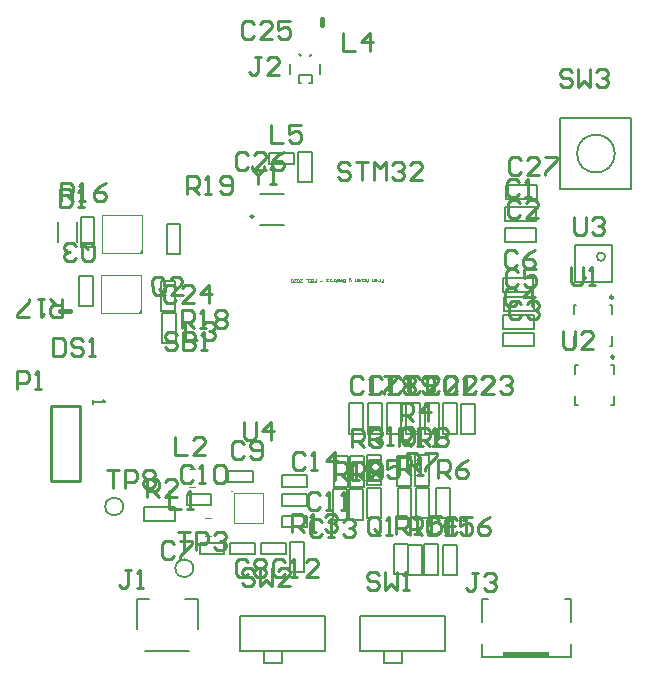
<source format=gto>
G04*
G04 #@! TF.GenerationSoftware,Altium Limited,Altium Designer,20.2.4 (192)*
G04*
G04 Layer_Color=65535*
%FSLAX25Y25*%
%MOIN*%
G70*
G04*
G04 #@! TF.SameCoordinates,C82156A4-65EB-44BA-A6C3-424022D268A2*
G04*
G04*
G04 #@! TF.FilePolarity,Positive*
G04*
G01*
G75*
%ADD10C,0.00984*%
%ADD11C,0.00787*%
%ADD12C,0.00600*%
%ADD13C,0.00591*%
%ADD14C,0.00394*%
%ADD15C,0.00500*%
%ADD16C,0.00400*%
%ADD17C,0.01575*%
%ADD18C,0.00492*%
%ADD19C,0.00598*%
%ADD20C,0.01000*%
%ADD21C,0.00197*%
%ADD22R,0.15748X0.01968*%
D10*
X188394Y98450D02*
G03*
X188394Y98450I-492J0D01*
G01*
X187995Y118350D02*
G03*
X187995Y118350I-492J0D01*
G01*
X6791Y133366D02*
G03*
X6791Y133366I-492J0D01*
G01*
X68099Y145335D02*
G03*
X68099Y145335I-492J0D01*
G01*
X174809Y122512D02*
G03*
X174809Y122512I-197J0D01*
G01*
D11*
X61047Y53685D02*
G03*
X61047Y53685I-197J0D01*
G01*
X3150Y136811D02*
Y143504D01*
X9449Y136811D02*
Y143504D01*
X70166Y152618D02*
X78434D01*
X70166Y142382D02*
X78434D01*
D12*
X188586Y166240D02*
G03*
X188586Y166240I-6302J0D01*
G01*
X144361Y17916D02*
X146231D01*
X172018D02*
X173888D01*
X144361Y-1474D02*
X173888D01*
X170472Y154429D02*
Y178051D01*
X194095D01*
Y154429D02*
Y178051D01*
X170472Y154429D02*
X194095D01*
X14803Y84193D02*
Y82860D01*
Y83526D01*
X18802D01*
X18135Y84193D01*
D13*
X185340Y131862D02*
G03*
X185340Y131862I-1378J0D01*
G01*
X179139Y124776D02*
G03*
X179139Y124776I-295J0D01*
G01*
X48100Y28000D02*
G03*
X48100Y28000I-3000J0D01*
G01*
X24700Y48600D02*
G03*
X24700Y48600I-3000J0D01*
G01*
X175402Y92742D02*
Y95891D01*
X176190D01*
X175402Y82309D02*
Y85458D01*
Y82309D02*
X176190D01*
X187410D02*
X188198D01*
Y85458D01*
Y92742D02*
Y95891D01*
X187410D02*
X188198D01*
X175002Y112642D02*
Y115791D01*
X175790D01*
X175002Y102209D02*
Y105358D01*
Y102209D02*
X175790D01*
X187010D02*
X187798D01*
Y105358D01*
Y112642D02*
Y115791D01*
X187010D02*
X187798D01*
X117717Y-3543D02*
Y394D01*
X111811Y-3543D02*
X117717D01*
X111811D02*
Y394D01*
X103543Y12205D02*
X131890Y12205D01*
Y394D02*
Y12205D01*
X103543Y394D02*
X131890Y394D01*
X103543Y394D02*
Y12205D01*
X49508Y7874D02*
Y17717D01*
X32087Y468D02*
X46654D01*
X29233Y7874D02*
Y17717D01*
X45276D02*
X49508D01*
X29233D02*
X33465D01*
X86876Y198799D02*
X87565Y199488D01*
X83235D02*
X83924Y198799D01*
X80479Y192874D02*
Y196260D01*
X86817Y189646D02*
X87565D01*
X83235D02*
X83983D01*
X90321Y192874D02*
Y196260D01*
X87565Y192323D02*
X87565Y189646D01*
X83235D02*
X83235Y192323D01*
X87565D01*
X175399Y123299D02*
X187801D01*
X175399D02*
Y135701D01*
X187801D01*
Y123299D02*
Y135701D01*
X63521Y395D02*
Y12206D01*
Y395D02*
X91868Y395D01*
Y12206D01*
X63521Y12206D02*
X91868Y12206D01*
X71789Y-3542D02*
Y395D01*
Y-3542D02*
X77694D01*
Y395D01*
D14*
X106036Y31433D02*
G03*
X106036Y31433I-197J0D01*
G01*
D15*
X116200Y44500D02*
X120800D01*
X116200Y54600D02*
X120800D01*
Y44500D02*
Y54600D01*
X116200Y44500D02*
Y54600D01*
X67900Y56700D02*
Y60500D01*
X59700Y56700D02*
X67900D01*
X59700D02*
Y60500D01*
X67900D01*
X81600Y162600D02*
Y166400D01*
X73400Y162600D02*
X81600D01*
X73400D02*
Y166400D01*
X81600D01*
X129100Y44700D02*
Y54800D01*
X133700Y44700D02*
Y54800D01*
X129100D02*
X133700D01*
X129100Y44700D02*
X133700D01*
X151451Y101963D02*
X161551D01*
X151451Y106563D02*
X161551D01*
X151451Y101963D02*
Y106563D01*
X161551Y101963D02*
Y106563D01*
X119600Y26000D02*
Y36100D01*
X115000Y26000D02*
Y36100D01*
Y26000D02*
X119600D01*
X115000Y36100D02*
X119600D01*
X122100Y55500D02*
Y65600D01*
X126700Y55500D02*
Y65600D01*
X122100D02*
X126700D01*
X122100Y55500D02*
X126700D01*
X115900Y65500D02*
X120500D01*
X115900Y55400D02*
X120500D01*
X115900D02*
Y65500D01*
X120500Y55400D02*
Y65500D01*
X122200Y44600D02*
X126800D01*
X122200Y54700D02*
X126800D01*
Y44600D02*
Y54700D01*
X122200Y44600D02*
Y54700D01*
X94900Y55201D02*
X99500D01*
X94900Y65301D02*
X99500D01*
Y55201D02*
Y65301D01*
X94900Y55201D02*
Y65301D01*
X31800Y43800D02*
X41900D01*
X31800Y48400D02*
X41900D01*
X31800Y43800D02*
Y48400D01*
X41900Y43800D02*
Y48400D01*
X10100Y125400D02*
X14700D01*
X10100Y115300D02*
X14700D01*
X10100D02*
Y125400D01*
X14700Y115300D02*
Y125400D01*
X39200Y132700D02*
X43800D01*
X39200Y142800D02*
X43800D01*
Y132700D02*
Y142800D01*
X39200Y132700D02*
Y142800D01*
X37400Y113700D02*
X42000D01*
X37400Y123800D02*
X42000D01*
Y113700D02*
Y123800D01*
X37400Y113700D02*
Y123800D01*
X10500Y135000D02*
X15100D01*
X10500Y145100D02*
X15100D01*
Y135000D02*
Y145100D01*
X10500Y135000D02*
Y145100D01*
X45900Y52800D02*
X54100D01*
X45900Y49000D02*
Y52800D01*
Y49000D02*
X54100D01*
Y52800D01*
X77821Y55187D02*
X86021D01*
Y58987D01*
X77821D02*
X86021D01*
X77821Y55187D02*
Y58987D01*
X77758Y48887D02*
X85958D01*
Y52687D01*
X77758D02*
X85958D01*
X77758Y48887D02*
Y52687D01*
X77658Y41700D02*
X85857D01*
Y45500D01*
X77658D02*
X85857D01*
X77658Y41700D02*
Y45500D01*
X50199Y32746D02*
X58399D01*
Y36546D01*
X50199D02*
X58399D01*
X50199Y32746D02*
Y36546D01*
X60435D02*
X68635D01*
X60435Y32746D02*
Y36546D01*
Y32746D02*
X68635D01*
Y36546D01*
X70735D02*
X78935D01*
X70735Y32746D02*
Y36546D01*
Y32746D02*
X78935D01*
Y36546D01*
X83000Y156800D02*
X87600D01*
X83000Y166900D02*
X87600D01*
Y156800D02*
Y166900D01*
X83000Y156800D02*
Y166900D01*
X162169Y143837D02*
Y148437D01*
X152069Y143837D02*
Y148437D01*
X162169D01*
X152069Y143837D02*
X162169D01*
X162200Y136800D02*
Y141400D01*
X152100Y136800D02*
Y141400D01*
X162200D01*
X152100Y136800D02*
X162200D01*
X119700Y25800D02*
X124300D01*
X119700Y35900D02*
X124300D01*
Y25800D02*
Y35900D01*
X119700Y25800D02*
Y35900D01*
X151637Y113842D02*
Y118442D01*
X161737Y113842D02*
Y118442D01*
X151637Y113842D02*
X161737D01*
X151637Y118442D02*
X161737D01*
X37700Y103100D02*
Y113200D01*
X42300Y103100D02*
Y113200D01*
X37700D02*
X42300D01*
X37700Y103100D02*
X42300D01*
X137400Y72800D02*
Y82900D01*
X142000Y72800D02*
Y82900D01*
X137400D02*
X142000D01*
X137400Y72800D02*
X142000D01*
X131400Y72900D02*
Y83000D01*
X136000Y72900D02*
Y83000D01*
X131400D02*
X136000D01*
X131400Y72900D02*
X136000D01*
X125259Y72909D02*
Y83009D01*
X129859Y72909D02*
Y83009D01*
X125259D02*
X129859D01*
X125259Y72909D02*
X129859D01*
X118960D02*
Y83009D01*
X123560Y72909D02*
Y83009D01*
X118960D02*
X123560D01*
X118960Y72909D02*
X123560D01*
X112661D02*
Y83009D01*
X117261Y72909D02*
Y83009D01*
X112661D02*
X117261D01*
X112661Y72909D02*
X117261D01*
X106361D02*
Y83009D01*
X110961Y72909D02*
Y83009D01*
X106361D02*
X110961D01*
X106361Y72909D02*
X110961D01*
X100062D02*
Y83009D01*
X104662Y72909D02*
Y83009D01*
X100062D02*
X104662D01*
X100062Y72909D02*
X104662D01*
X151243Y124741D02*
X161343D01*
X151243Y120141D02*
X161343D01*
Y124741D01*
X151243Y120141D02*
Y124741D01*
X151400Y107700D02*
X161500D01*
X151400Y112300D02*
X161500D01*
X151400Y107700D02*
Y112300D01*
X161500Y107700D02*
Y112300D01*
X152424Y151243D02*
X162524D01*
X152424Y155843D02*
X162524D01*
X152424Y151243D02*
Y155843D01*
X162524Y151243D02*
Y155843D01*
X100401Y55201D02*
Y65301D01*
X105001Y55201D02*
Y65301D01*
X100401D02*
X105001D01*
X100401Y55201D02*
X105001D01*
X105968Y44600D02*
Y54700D01*
X110568Y44600D02*
Y54700D01*
X105968D02*
X110568D01*
X105968Y44600D02*
X110568D01*
X105902Y55601D02*
Y65701D01*
X110502Y55601D02*
Y65701D01*
X105902D02*
X110502D01*
X105902Y55601D02*
X110502D01*
X100100Y44200D02*
Y54300D01*
X104700Y44200D02*
Y54300D01*
X100100D02*
X104700D01*
X100100Y44200D02*
X104700D01*
X85000Y26800D02*
Y36900D01*
X80400Y26800D02*
Y36900D01*
Y26800D02*
X85000D01*
X80400Y36900D02*
X85000D01*
X99199Y44200D02*
Y54300D01*
X94599Y44200D02*
Y54300D01*
Y44200D02*
X99199D01*
X94599Y54300D02*
X99199D01*
X131300Y25800D02*
Y35900D01*
X135900Y25800D02*
Y35900D01*
X131300D02*
X135900D01*
X131300Y25800D02*
X135900D01*
X125100Y25900D02*
Y36000D01*
X129700Y25900D02*
Y36000D01*
X125100D02*
X129700D01*
X125100Y25900D02*
X129700D01*
D16*
X30688Y134098D02*
X31088Y134498D01*
Y134598D01*
X30488Y133198D02*
X31088Y133798D01*
X29588Y133198D02*
X31088D01*
Y134198D01*
X30088Y133198D02*
X31088Y134198D01*
X17588Y133198D02*
Y145698D01*
Y133198D02*
X31088D01*
Y145698D01*
X17588D02*
X31088D01*
X17288Y125698D02*
X30788D01*
Y113198D02*
Y125698D01*
X17288Y113198D02*
X30788D01*
X17288D02*
Y125698D01*
X29788Y113198D02*
X30788Y114198D01*
Y113198D02*
Y114198D01*
X29288Y113198D02*
X30788D01*
X30188D02*
X30788Y113798D01*
Y114498D02*
Y114598D01*
X30388Y114098D02*
X30788Y114498D01*
D17*
X90872Y209017D02*
Y211183D01*
X3825Y113704D02*
X6975D01*
D18*
X51972Y44854D02*
X53941D01*
X51972Y38791D02*
X53941D01*
X61598Y43095D02*
X71441D01*
Y52937D01*
X61598Y43095D02*
Y52937D01*
X71441D01*
X46722Y61132D02*
X48691D01*
X46722Y55068D02*
X48691D01*
D19*
X173888Y9943D02*
Y17916D01*
X144361Y9943D02*
Y17916D01*
Y-1474D02*
Y2758D01*
X173888Y-1474D02*
Y2758D01*
D20*
X591Y57224D02*
Y82185D01*
X10433D01*
Y57224D02*
Y82185D01*
X591Y57224D02*
X10433D01*
X171302Y107099D02*
Y102101D01*
X172301Y101101D01*
X174301D01*
X175300Y102101D01*
Y107099D01*
X181298Y101101D02*
X177300D01*
X181298Y105100D01*
Y106099D01*
X180299Y107099D01*
X178299D01*
X177300Y106099D01*
X174000Y128298D02*
Y123300D01*
X175000Y122300D01*
X176999D01*
X177999Y123300D01*
Y128298D01*
X179998Y122300D02*
X181997D01*
X180998D01*
Y128298D01*
X179998Y127298D01*
X100203Y162399D02*
X99204Y163399D01*
X97204D01*
X96205Y162399D01*
Y161400D01*
X97204Y160400D01*
X99204D01*
X100203Y159400D01*
Y158401D01*
X99204Y157401D01*
X97204D01*
X96205Y158401D01*
X102203Y163399D02*
X106201D01*
X104202D01*
Y157401D01*
X108201D02*
Y163399D01*
X110200Y161400D01*
X112199Y163399D01*
Y157401D01*
X114199Y162399D02*
X115198Y163399D01*
X117198D01*
X118197Y162399D01*
Y161400D01*
X117198Y160400D01*
X116198D01*
X117198D01*
X118197Y159400D01*
Y158401D01*
X117198Y157401D01*
X115198D01*
X114199Y158401D01*
X124196Y157401D02*
X120197D01*
X124196Y161400D01*
Y162399D01*
X123196Y163399D01*
X121196D01*
X120197Y162399D01*
X116601Y59001D02*
Y64999D01*
X119600D01*
X120600Y63999D01*
Y62000D01*
X119600Y61000D01*
X116601D01*
X118601D02*
X120600Y59001D01*
X122599D02*
X124599D01*
X123599D01*
Y64999D01*
X122599Y63999D01*
X64900Y69299D02*
X63901Y70299D01*
X61901D01*
X60902Y69299D01*
Y65301D01*
X61901Y64301D01*
X63901D01*
X64900Y65301D01*
X66900D02*
X67899Y64301D01*
X69899D01*
X70898Y65301D01*
Y69299D01*
X69899Y70299D01*
X67899D01*
X66900Y69299D01*
Y68300D01*
X67899Y67300D01*
X70898D01*
X129800Y58000D02*
Y63998D01*
X132799D01*
X133799Y62998D01*
Y60999D01*
X132799Y59999D01*
X129800D01*
X131799D02*
X133799Y58000D01*
X139797Y63998D02*
X137797Y62998D01*
X135798Y60999D01*
Y59000D01*
X136798Y58000D01*
X138797D01*
X139797Y59000D01*
Y59999D01*
X138797Y60999D01*
X135798D01*
X74100Y175698D02*
Y169700D01*
X78099D01*
X84097Y175698D02*
X80098D01*
Y172699D01*
X82097Y173699D01*
X83097D01*
X84097Y172699D01*
Y170700D01*
X83097Y169700D01*
X81098D01*
X80098Y170700D01*
X117302Y77002D02*
Y83000D01*
X120301D01*
X121300Y82000D01*
Y80001D01*
X120301Y79001D01*
X117302D01*
X119301D02*
X121300Y77002D01*
X126299D02*
Y83000D01*
X123300Y80001D01*
X127298D01*
X32500Y51600D02*
Y57598D01*
X35499D01*
X36499Y56598D01*
Y54599D01*
X35499Y53599D01*
X32500D01*
X34499D02*
X36499Y51600D01*
X42497D02*
X38498D01*
X42497Y55599D01*
Y56598D01*
X41497Y57598D01*
X39498D01*
X38498Y56598D01*
X64986Y76883D02*
Y71885D01*
X65986Y70885D01*
X67985D01*
X68985Y71885D01*
Y76883D01*
X73983Y70885D02*
Y76883D01*
X70984Y73884D01*
X74983D01*
X41913Y71719D02*
Y65720D01*
X45911D01*
X51909D02*
X47911D01*
X51909Y69719D01*
Y70719D01*
X50910Y71719D01*
X48910D01*
X47911Y70719D01*
X39926Y53721D02*
Y47723D01*
X43925D01*
X45924D02*
X47924D01*
X46924D01*
Y53721D01*
X45924Y52721D01*
X85201Y65599D02*
X84202Y66599D01*
X82202D01*
X81202Y65599D01*
Y61601D01*
X82202Y60601D01*
X84202D01*
X85201Y61601D01*
X87200Y60601D02*
X89200D01*
X88200D01*
Y66599D01*
X87200Y65599D01*
X95198Y60601D02*
Y66599D01*
X92199Y63600D01*
X96198D01*
X90900Y43499D02*
X89901Y44498D01*
X87901D01*
X86902Y43499D01*
Y39500D01*
X87901Y38500D01*
X89901D01*
X90900Y39500D01*
X92900Y38500D02*
X94899D01*
X93899D01*
Y44498D01*
X92900Y43499D01*
X97898D02*
X98898Y44498D01*
X100897D01*
X101897Y43499D01*
Y42499D01*
X100897Y41499D01*
X99897D01*
X100897D01*
X101897Y40499D01*
Y39500D01*
X100897Y38500D01*
X98898D01*
X97898Y39500D01*
X78701Y29999D02*
X77701Y30999D01*
X75702D01*
X74702Y29999D01*
Y26001D01*
X75702Y25001D01*
X77701D01*
X78701Y26001D01*
X80700Y25001D02*
X82700D01*
X81700D01*
Y30999D01*
X80700Y29999D01*
X89698Y25001D02*
X85699D01*
X89698Y29000D01*
Y29999D01*
X88698Y30999D01*
X86699D01*
X85699Y29999D01*
X90401Y52299D02*
X89401Y53299D01*
X87402D01*
X86402Y52299D01*
Y48301D01*
X87402Y47301D01*
X89401D01*
X90401Y48301D01*
X92400Y47301D02*
X94399D01*
X93400D01*
Y53299D01*
X92400Y52299D01*
X97399Y47301D02*
X99398D01*
X98398D01*
Y53299D01*
X97399Y52299D01*
X48101Y61299D02*
X47102Y62299D01*
X45102D01*
X44102Y61299D01*
Y57301D01*
X45102Y56301D01*
X47102D01*
X48101Y57301D01*
X50100Y56301D02*
X52100D01*
X51100D01*
Y62299D01*
X50100Y61299D01*
X55099D02*
X56099Y62299D01*
X58098D01*
X59098Y61299D01*
Y57301D01*
X58098Y56301D01*
X56099D01*
X55099Y57301D01*
Y61299D01*
X66300Y29999D02*
X65301Y30999D01*
X63301D01*
X62302Y29999D01*
Y26001D01*
X63301Y25001D01*
X65301D01*
X66300Y26001D01*
X68300Y29999D02*
X69299Y30999D01*
X71299D01*
X72298Y29999D01*
Y29000D01*
X71299Y28000D01*
X72298Y27000D01*
Y26001D01*
X71299Y25001D01*
X69299D01*
X68300Y26001D01*
Y27000D01*
X69299Y28000D01*
X68300Y29000D01*
Y29999D01*
X69299Y28000D02*
X71299D01*
X41800Y36099D02*
X40801Y37099D01*
X38801D01*
X37802Y36099D01*
Y32101D01*
X38801Y31101D01*
X40801D01*
X41800Y32101D01*
X43800Y37099D02*
X47798D01*
Y36099D01*
X43800Y32101D01*
Y31101D01*
X67650Y162048D02*
Y161048D01*
X69649Y159049D01*
X71649Y161048D01*
Y162048D01*
X69649Y159049D02*
Y156050D01*
X73648D02*
X75647D01*
X74648D01*
Y162048D01*
X73648Y161048D01*
X174900Y144998D02*
Y140000D01*
X175900Y139000D01*
X177899D01*
X178899Y140000D01*
Y144998D01*
X180898Y143998D02*
X181898Y144998D01*
X183897D01*
X184897Y143998D01*
Y142999D01*
X183897Y141999D01*
X182897D01*
X183897D01*
X184897Y140999D01*
Y140000D01*
X183897Y139000D01*
X181898D01*
X180898Y140000D01*
X19450Y60848D02*
X23449D01*
X21449D01*
Y54850D01*
X25448D02*
Y60848D01*
X28447D01*
X29447Y59848D01*
Y57849D01*
X28447Y56849D01*
X25448D01*
X31446Y59848D02*
X32446Y60848D01*
X34445D01*
X35445Y59848D01*
Y58849D01*
X34445Y57849D01*
X35445Y56849D01*
Y55850D01*
X34445Y54850D01*
X32446D01*
X31446Y55850D01*
Y56849D01*
X32446Y57849D01*
X31446Y58849D01*
Y59848D01*
X32446Y57849D02*
X34445D01*
X42850Y40248D02*
X46849D01*
X44849D01*
Y34250D01*
X48848D02*
Y40248D01*
X51847D01*
X52847Y39248D01*
Y37249D01*
X51847Y36249D01*
X48848D01*
X54846Y39248D02*
X55846Y40248D01*
X57845D01*
X58845Y39248D01*
Y38249D01*
X57845Y37249D01*
X56845D01*
X57845D01*
X58845Y36249D01*
Y35250D01*
X57845Y34250D01*
X55846D01*
X54846Y35250D01*
X174332Y193388D02*
X173333Y194388D01*
X171333D01*
X170334Y193388D01*
Y192389D01*
X171333Y191389D01*
X173333D01*
X174332Y190390D01*
Y189390D01*
X173333Y188390D01*
X171333D01*
X170334Y189390D01*
X176331Y194388D02*
Y188390D01*
X178331Y190390D01*
X180330Y188390D01*
Y194388D01*
X182330Y193388D02*
X183329Y194388D01*
X185329D01*
X186328Y193388D01*
Y192389D01*
X185329Y191389D01*
X184329D01*
X185329D01*
X186328Y190390D01*
Y189390D01*
X185329Y188390D01*
X183329D01*
X182330Y189390D01*
X68243Y27248D02*
X67243Y28248D01*
X65244D01*
X64245Y27248D01*
Y26249D01*
X65244Y25249D01*
X67243D01*
X68243Y24249D01*
Y23250D01*
X67243Y22250D01*
X65244D01*
X64245Y23250D01*
X70243Y28248D02*
Y22250D01*
X72242Y24249D01*
X74241Y22250D01*
Y28248D01*
X80239Y22250D02*
X76241D01*
X80239Y26249D01*
Y27248D01*
X79240Y28248D01*
X77240D01*
X76241Y27248D01*
X109901Y25799D02*
X108901Y26799D01*
X106902D01*
X105902Y25799D01*
Y24800D01*
X106902Y23800D01*
X108901D01*
X109901Y22800D01*
Y21801D01*
X108901Y20801D01*
X106902D01*
X105902Y21801D01*
X111900Y26799D02*
Y20801D01*
X113900Y22800D01*
X115899Y20801D01*
Y26799D01*
X117898Y20801D02*
X119898D01*
X118898D01*
Y26799D01*
X117898Y25799D01*
X42599Y105738D02*
X41599Y106738D01*
X39600D01*
X38600Y105738D01*
Y104739D01*
X39600Y103739D01*
X41599D01*
X42599Y102739D01*
Y101740D01*
X41599Y100740D01*
X39600D01*
X38600Y101740D01*
X44598Y106738D02*
Y100740D01*
X47597D01*
X48597Y101740D01*
Y102739D01*
X47597Y103739D01*
X44598D01*
X47597D01*
X48597Y104739D01*
Y105738D01*
X47597Y106738D01*
X44598D01*
X50596Y100740D02*
X52596D01*
X51596D01*
Y106738D01*
X50596Y105738D01*
X46002Y152701D02*
Y158699D01*
X49002D01*
X50001Y157699D01*
Y155700D01*
X49002Y154700D01*
X46002D01*
X48002D02*
X50001Y152701D01*
X52000D02*
X54000D01*
X53000D01*
Y158699D01*
X52000Y157699D01*
X56999Y153701D02*
X57999Y152701D01*
X59998D01*
X60998Y153701D01*
Y157699D01*
X59998Y158699D01*
X57999D01*
X56999Y157699D01*
Y156700D01*
X57999Y155700D01*
X60998D01*
X44402Y108101D02*
Y114099D01*
X47401D01*
X48401Y113099D01*
Y111100D01*
X47401Y110100D01*
X44402D01*
X46402D02*
X48401Y108101D01*
X50401D02*
X52400D01*
X51400D01*
Y114099D01*
X50401Y113099D01*
X55399D02*
X56399Y114099D01*
X58398D01*
X59398Y113099D01*
Y112100D01*
X58398Y111100D01*
X59398Y110100D01*
Y109101D01*
X58398Y108101D01*
X56399D01*
X55399Y109101D01*
Y110100D01*
X56399Y111100D01*
X55399Y112100D01*
Y113099D01*
X56399Y111100D02*
X58398D01*
X4298Y117799D02*
Y111801D01*
X1299D01*
X299Y112801D01*
Y114800D01*
X1299Y115800D01*
X4298D01*
X2298D02*
X299Y117799D01*
X-1701D02*
X-3700D01*
X-2700D01*
Y111801D01*
X-1701Y112801D01*
X-6699Y111801D02*
X-10698D01*
Y112801D01*
X-6699Y116799D01*
Y117799D01*
X4102Y150301D02*
Y156299D01*
X7102D01*
X8101Y155299D01*
Y153300D01*
X7102Y152300D01*
X4102D01*
X6102D02*
X8101Y150301D01*
X10101D02*
X12100D01*
X11100D01*
Y156299D01*
X10101Y155299D01*
X19098Y156299D02*
X17098Y155299D01*
X15099Y153300D01*
Y151301D01*
X16099Y150301D01*
X18098D01*
X19098Y151301D01*
Y152300D01*
X18098Y153300D01*
X15099D01*
X115762Y39355D02*
Y45353D01*
X118761D01*
X119761Y44354D01*
Y42354D01*
X118761Y41355D01*
X115762D01*
X117762D02*
X119761Y39355D01*
X121760D02*
X123760D01*
X122760D01*
Y45353D01*
X121760Y44354D01*
X130757Y45353D02*
X126759D01*
Y42354D01*
X128758Y43354D01*
X129758D01*
X130757Y42354D01*
Y40355D01*
X129758Y39355D01*
X127758D01*
X126759Y40355D01*
X120450Y39150D02*
Y45148D01*
X123449D01*
X124449Y44148D01*
Y42149D01*
X123449Y41149D01*
X120450D01*
X122449D02*
X124449Y39150D01*
X126448D02*
X128447D01*
X127448D01*
Y45148D01*
X126448Y44148D01*
X134446Y39150D02*
Y45148D01*
X131446Y42149D01*
X135445D01*
X81100Y40200D02*
Y46198D01*
X84099D01*
X85099Y45198D01*
Y43199D01*
X84099Y42199D01*
X81100D01*
X83099D02*
X85099Y40200D01*
X87098D02*
X89097D01*
X88098D01*
Y46198D01*
X87098Y45198D01*
X92096D02*
X93096Y46198D01*
X95095D01*
X96095Y45198D01*
Y44199D01*
X95095Y43199D01*
X94096D01*
X95095D01*
X96095Y42199D01*
Y41200D01*
X95095Y40200D01*
X93096D01*
X92096Y41200D01*
X95360Y57555D02*
Y63553D01*
X98360D01*
X99359Y62554D01*
Y60554D01*
X98360Y59554D01*
X95360D01*
X97360D02*
X99359Y57555D01*
X101358D02*
X103358D01*
X102358D01*
Y63553D01*
X101358Y62554D01*
X110356Y57555D02*
X106357D01*
X110356Y61554D01*
Y62554D01*
X109356Y63553D01*
X107357D01*
X106357Y62554D01*
X116602Y68700D02*
Y74698D01*
X119601D01*
X120601Y73698D01*
Y71699D01*
X119601Y70699D01*
X116602D01*
X118601D02*
X120601Y68700D01*
X122600D02*
X124599D01*
X123600D01*
Y74698D01*
X122600Y73698D01*
X127598Y68700D02*
X129598D01*
X128598D01*
Y74698D01*
X127598Y73698D01*
X106602Y69001D02*
Y74999D01*
X109601D01*
X110601Y73999D01*
Y72000D01*
X109601Y71000D01*
X106602D01*
X108601D02*
X110601Y69001D01*
X112600D02*
X114599D01*
X113600D01*
Y74999D01*
X112600Y73999D01*
X117598D02*
X118598Y74999D01*
X120598D01*
X121597Y73999D01*
Y70001D01*
X120598Y69001D01*
X118598D01*
X117598Y70001D01*
Y73999D01*
X100893Y57595D02*
Y63593D01*
X103892D01*
X104892Y62594D01*
Y60594D01*
X103892Y59595D01*
X100893D01*
X102892D02*
X104892Y57595D01*
X106891Y58595D02*
X107891Y57595D01*
X109890D01*
X110890Y58595D01*
Y62594D01*
X109890Y63593D01*
X107891D01*
X106891Y62594D01*
Y61594D01*
X107891Y60594D01*
X110890D01*
X122849Y68832D02*
Y74830D01*
X125848D01*
X126848Y73831D01*
Y71831D01*
X125848Y70832D01*
X122849D01*
X124848D02*
X126848Y68832D01*
X128847Y73831D02*
X129847Y74830D01*
X131846D01*
X132846Y73831D01*
Y72831D01*
X131846Y71831D01*
X132846Y70832D01*
Y69832D01*
X131846Y68832D01*
X129847D01*
X128847Y69832D01*
Y70832D01*
X129847Y71831D01*
X128847Y72831D01*
Y73831D01*
X129847Y71831D02*
X131846D01*
X119402Y60301D02*
Y66299D01*
X122401D01*
X123400Y65299D01*
Y63300D01*
X122401Y62300D01*
X119402D01*
X121401D02*
X123400Y60301D01*
X125400Y66299D02*
X129398D01*
Y65299D01*
X125400Y61301D01*
Y60301D01*
X106733Y57976D02*
Y63974D01*
X109732D01*
X110732Y62975D01*
Y60975D01*
X109732Y59976D01*
X106733D01*
X108732D02*
X110732Y57976D01*
X116730Y63974D02*
X112731D01*
Y60975D01*
X114731Y61975D01*
X115730D01*
X116730Y60975D01*
Y58976D01*
X115730Y57976D01*
X113731D01*
X112731Y58976D01*
X101136Y68501D02*
Y74499D01*
X104136D01*
X105135Y73499D01*
Y71500D01*
X104136Y70500D01*
X101136D01*
X103136D02*
X105135Y68501D01*
X107134Y73499D02*
X108134Y74499D01*
X110134D01*
X111133Y73499D01*
Y72500D01*
X110134Y71500D01*
X109134D01*
X110134D01*
X111133Y70500D01*
Y69501D01*
X110134Y68501D01*
X108134D01*
X107134Y69501D01*
X11000Y135299D02*
Y131301D01*
X11999Y130301D01*
X13999D01*
X14998Y131301D01*
Y135299D01*
X13999Y136299D01*
X11999D01*
X12999Y134300D02*
X11000Y136299D01*
X11999D02*
X11000Y135299D01*
X9000Y131301D02*
X8001Y130301D01*
X6001D01*
X5002Y131301D01*
Y132300D01*
X6001Y133300D01*
X7001D01*
X6001D01*
X5002Y134300D01*
Y135299D01*
X6001Y136299D01*
X8001D01*
X9000Y135299D01*
X38512Y119995D02*
X38489Y123994D01*
X37483Y124987D01*
X35484Y124976D01*
X34490Y123970D01*
X34513Y119972D01*
X35519Y118978D01*
X37518Y118989D01*
X36507Y120983D02*
X38518Y118995D01*
X37518Y118989D02*
X38512Y119995D01*
X44516Y119030D02*
X40517Y119007D01*
X44493Y123029D01*
X44487Y124028D01*
X43481Y125022D01*
X41482Y125011D01*
X40488Y124005D01*
X110399Y40078D02*
Y44076D01*
X109399Y45076D01*
X107400D01*
X106400Y44076D01*
Y40078D01*
X107400Y39078D01*
X109399D01*
X108399Y41077D02*
X110399Y39078D01*
X109399D02*
X110399Y40078D01*
X112398Y39078D02*
X114397D01*
X113398D01*
Y45076D01*
X112398Y44076D01*
X-10656Y87796D02*
Y93794D01*
X-7657D01*
X-6657Y92794D01*
Y90795D01*
X-7657Y89795D01*
X-10656D01*
X-4658Y87796D02*
X-2658D01*
X-3658D01*
Y93794D01*
X-4658Y92794D01*
X98102Y206299D02*
Y200301D01*
X102100D01*
X107099D02*
Y206299D01*
X104100Y203300D01*
X108098D01*
X45350Y110148D02*
Y104150D01*
X49349D01*
X51348Y109148D02*
X52348Y110148D01*
X54347D01*
X55347Y109148D01*
Y108149D01*
X54347Y107149D01*
X53347D01*
X54347D01*
X55347Y106149D01*
Y105150D01*
X54347Y104150D01*
X52348D01*
X51348Y105150D01*
X143000Y26499D02*
X141001D01*
X142001D01*
Y21501D01*
X141001Y20501D01*
X140001D01*
X139002Y21501D01*
X145000Y25499D02*
X145999Y26499D01*
X147999D01*
X148998Y25499D01*
Y24500D01*
X147999Y23500D01*
X146999D01*
X147999D01*
X148998Y22500D01*
Y21501D01*
X147999Y20501D01*
X145999D01*
X145000Y21501D01*
X70700Y198499D02*
X68701D01*
X69701D01*
Y193501D01*
X68701Y192501D01*
X67701D01*
X66702Y193501D01*
X76698Y192501D02*
X72700D01*
X76698Y196500D01*
Y197499D01*
X75699Y198499D01*
X73699D01*
X72700Y197499D01*
X27300Y27499D02*
X25301D01*
X26300D01*
Y22501D01*
X25301Y21501D01*
X24301D01*
X23301Y22501D01*
X29299Y21501D02*
X31299D01*
X30299D01*
Y27499D01*
X29299Y26499D01*
X1202Y104799D02*
Y98801D01*
X4201D01*
X5201Y99801D01*
Y103799D01*
X4201Y104799D01*
X1202D01*
X11199Y103799D02*
X10199Y104799D01*
X8200D01*
X7200Y103799D01*
Y102800D01*
X8200Y101800D01*
X10199D01*
X11199Y100800D01*
Y99801D01*
X10199Y98801D01*
X8200D01*
X7200Y99801D01*
X13198Y98801D02*
X15198D01*
X14198D01*
Y104799D01*
X13198Y103799D01*
X3744Y154438D02*
Y148440D01*
X6743D01*
X7743Y149440D01*
Y153439D01*
X6743Y154438D01*
X3744D01*
X9742Y148440D02*
X11742D01*
X10742D01*
Y154438D01*
X9742Y153439D01*
X157181Y164083D02*
X156182Y165082D01*
X154182D01*
X153183Y164083D01*
Y160084D01*
X154182Y159084D01*
X156182D01*
X157181Y160084D01*
X163179Y159084D02*
X159181D01*
X163179Y163083D01*
Y164083D01*
X162180Y165082D01*
X160180D01*
X159181Y164083D01*
X165179Y165082D02*
X169177D01*
Y164083D01*
X165179Y160084D01*
Y159084D01*
X66401Y165599D02*
X65402Y166599D01*
X63402D01*
X62403Y165599D01*
Y161601D01*
X63402Y160601D01*
X65402D01*
X66401Y161601D01*
X72399Y160601D02*
X68401D01*
X72399Y164600D01*
Y165599D01*
X71400Y166599D01*
X69400D01*
X68401Y165599D01*
X78397Y166599D02*
X76398Y165599D01*
X74399Y163600D01*
Y161601D01*
X75398Y160601D01*
X77398D01*
X78397Y161601D01*
Y162600D01*
X77398Y163600D01*
X74399D01*
X68301Y209499D02*
X67302Y210499D01*
X65302D01*
X64303Y209499D01*
Y205501D01*
X65302Y204501D01*
X67302D01*
X68301Y205501D01*
X74299Y204501D02*
X70301D01*
X74299Y208500D01*
Y209499D01*
X73300Y210499D01*
X71300D01*
X70301Y209499D01*
X80297Y210499D02*
X76299D01*
Y207500D01*
X78298Y208500D01*
X79298D01*
X80297Y207500D01*
Y205501D01*
X79298Y204501D01*
X77298D01*
X76299Y205501D01*
X42449Y121448D02*
X41449Y122448D01*
X39450D01*
X38450Y121448D01*
Y117450D01*
X39450Y116450D01*
X41449D01*
X42449Y117450D01*
X48447Y116450D02*
X44448D01*
X48447Y120449D01*
Y121448D01*
X47447Y122448D01*
X45448D01*
X44448Y121448D01*
X53445Y116450D02*
Y122448D01*
X50446Y119449D01*
X54445D01*
X142199Y91198D02*
X141199Y92198D01*
X139200D01*
X138200Y91198D01*
Y87200D01*
X139200Y86200D01*
X141199D01*
X142199Y87200D01*
X148197Y86200D02*
X144198D01*
X148197Y90199D01*
Y91198D01*
X147197Y92198D01*
X145198D01*
X144198Y91198D01*
X150196D02*
X151196Y92198D01*
X153195D01*
X154195Y91198D01*
Y90199D01*
X153195Y89199D01*
X152196D01*
X153195D01*
X154195Y88199D01*
Y87200D01*
X153195Y86200D01*
X151196D01*
X150196Y87200D01*
X136149Y91248D02*
X135149Y92248D01*
X133150D01*
X132150Y91248D01*
Y87250D01*
X133150Y86250D01*
X135149D01*
X136149Y87250D01*
X142147Y86250D02*
X138148D01*
X142147Y90249D01*
Y91248D01*
X141147Y92248D01*
X139148D01*
X138148Y91248D01*
X148145Y86250D02*
X144146D01*
X148145Y90249D01*
Y91248D01*
X147145Y92248D01*
X145146D01*
X144146Y91248D01*
X130008Y91257D02*
X129008Y92257D01*
X127009D01*
X126009Y91257D01*
Y87258D01*
X127009Y86259D01*
X129008D01*
X130008Y87258D01*
X136006Y86259D02*
X132007D01*
X136006Y90257D01*
Y91257D01*
X135006Y92257D01*
X133007D01*
X132007Y91257D01*
X138005Y86259D02*
X140005D01*
X139005D01*
Y92257D01*
X138005Y91257D01*
X123708D02*
X122709Y92257D01*
X120710D01*
X119710Y91257D01*
Y87258D01*
X120710Y86259D01*
X122709D01*
X123708Y87258D01*
X129707Y86259D02*
X125708D01*
X129707Y90257D01*
Y91257D01*
X128707Y92257D01*
X126708D01*
X125708Y91257D01*
X131706D02*
X132706Y92257D01*
X134705D01*
X135705Y91257D01*
Y87258D01*
X134705Y86259D01*
X132706D01*
X131706Y87258D01*
Y91257D01*
X117409D02*
X116410Y92257D01*
X114410D01*
X113411Y91257D01*
Y87258D01*
X114410Y86259D01*
X116410D01*
X117409Y87258D01*
X119409Y86259D02*
X121408D01*
X120408D01*
Y92257D01*
X119409Y91257D01*
X124407Y87258D02*
X125407Y86259D01*
X127406D01*
X128406Y87258D01*
Y91257D01*
X127406Y92257D01*
X125407D01*
X124407Y91257D01*
Y90257D01*
X125407Y89258D01*
X128406D01*
X111110Y91257D02*
X110110Y92257D01*
X108111D01*
X107111Y91257D01*
Y87258D01*
X108111Y86259D01*
X110110D01*
X111110Y87258D01*
X113110Y86259D02*
X115109D01*
X114109D01*
Y92257D01*
X113110Y91257D01*
X118108D02*
X119107Y92257D01*
X121107D01*
X122107Y91257D01*
Y90257D01*
X121107Y89258D01*
X122107Y88258D01*
Y87258D01*
X121107Y86259D01*
X119107D01*
X118108Y87258D01*
Y88258D01*
X119107Y89258D01*
X118108Y90257D01*
Y91257D01*
X119107Y89258D02*
X121107D01*
X104811Y91257D02*
X103811Y92257D01*
X101812D01*
X100812Y91257D01*
Y87258D01*
X101812Y86259D01*
X103811D01*
X104811Y87258D01*
X106810Y86259D02*
X108810D01*
X107810D01*
Y92257D01*
X106810Y91257D01*
X111809Y92257D02*
X115807D01*
Y91257D01*
X111809Y87258D01*
Y86259D01*
X136049Y44148D02*
X135049Y45148D01*
X133050D01*
X132050Y44148D01*
Y40150D01*
X133050Y39150D01*
X135049D01*
X136049Y40150D01*
X138048Y39150D02*
X140047D01*
X139048D01*
Y45148D01*
X138048Y44148D01*
X147045Y45148D02*
X145046Y44148D01*
X143046Y42149D01*
Y40150D01*
X144046Y39150D01*
X146045D01*
X147045Y40150D01*
Y41149D01*
X146045Y42149D01*
X143046D01*
X129849Y44248D02*
X128849Y45248D01*
X126850D01*
X125850Y44248D01*
Y40250D01*
X126850Y39250D01*
X128849D01*
X129849Y40250D01*
X131848Y39250D02*
X133847D01*
X132848D01*
Y45248D01*
X131848Y44248D01*
X140845Y45248D02*
X136846D01*
Y42249D01*
X138846Y43249D01*
X139846D01*
X140845Y42249D01*
Y40250D01*
X139846Y39250D01*
X137846D01*
X136846Y40250D01*
X155992Y132989D02*
X154992Y133989D01*
X152993D01*
X151993Y132989D01*
Y128991D01*
X152993Y127991D01*
X154992D01*
X155992Y128991D01*
X161990Y133989D02*
X159991Y132989D01*
X157991Y130990D01*
Y128991D01*
X158991Y127991D01*
X160990D01*
X161990Y128991D01*
Y129990D01*
X160990Y130990D01*
X157991D01*
X156386Y126690D02*
X155386Y127690D01*
X153387D01*
X152387Y126690D01*
Y122691D01*
X153387Y121692D01*
X155386D01*
X156386Y122691D01*
X162384Y127690D02*
X158385D01*
Y124691D01*
X160384Y125690D01*
X161384D01*
X162384Y124691D01*
Y122691D01*
X161384Y121692D01*
X159385D01*
X158385Y122691D01*
X156136Y120535D02*
X155136Y121534D01*
X153137D01*
X152137Y120535D01*
Y116536D01*
X153137Y115536D01*
X155136D01*
X156136Y116536D01*
X161134Y115536D02*
Y121534D01*
X158135Y118535D01*
X162134D01*
X157200Y116099D02*
X156201Y117099D01*
X154201D01*
X153202Y116099D01*
Y112101D01*
X154201Y111101D01*
X156201D01*
X157200Y112101D01*
X159200Y116099D02*
X160199Y117099D01*
X162199D01*
X163198Y116099D01*
Y115100D01*
X162199Y114100D01*
X161199D01*
X162199D01*
X163198Y113100D01*
Y112101D01*
X162199Y111101D01*
X160199D01*
X159200Y112101D01*
X156848Y149669D02*
X155848Y150668D01*
X153849D01*
X152849Y149669D01*
Y145670D01*
X153849Y144670D01*
X155848D01*
X156848Y145670D01*
X162846Y144670D02*
X158847D01*
X162846Y148669D01*
Y149669D01*
X161846Y150668D01*
X159847D01*
X158847Y149669D01*
X156799Y156698D02*
X155799Y157698D01*
X153800D01*
X152800Y156698D01*
Y152700D01*
X153800Y151700D01*
X155799D01*
X156799Y152700D01*
X158798Y151700D02*
X160797D01*
X159798D01*
Y157698D01*
X158798Y156698D01*
D21*
X110610Y123355D02*
X111266D01*
Y123847D01*
X110938D01*
X111266D01*
Y124339D01*
X110282Y123683D02*
Y124339D01*
Y124011D01*
X110118Y123847D01*
X109954Y123683D01*
X109790D01*
X109134D02*
X108806D01*
X108642Y123847D01*
Y124339D01*
X109134D01*
X109298Y124175D01*
X109134Y124011D01*
X108642D01*
X108314Y124339D02*
Y123683D01*
X107822D01*
X107658Y123847D01*
Y124339D01*
X106346D02*
Y123683D01*
X106018Y123355D01*
X105691Y123683D01*
Y124339D01*
Y123847D01*
X106346D01*
X104707Y123683D02*
X105199D01*
X105363Y123847D01*
Y124175D01*
X105199Y124339D01*
X104707D01*
X104379D02*
X104051D01*
X104215D01*
Y123683D01*
X104379D01*
X103067Y124339D02*
X103395D01*
X103559Y124175D01*
Y123847D01*
X103395Y123683D01*
X103067D01*
X102903Y123847D01*
Y124011D01*
X103559D01*
X102575Y124339D02*
Y123683D01*
X102083D01*
X101919Y123847D01*
Y124339D01*
X100607Y123683D02*
Y124175D01*
X100443Y124339D01*
X99951D01*
Y124503D01*
X100115Y124667D01*
X100279D01*
X99951Y124339D02*
Y123683D01*
X98639Y123355D02*
Y124339D01*
X98147D01*
X97983Y124175D01*
Y124011D01*
X98147Y123847D01*
X98639D01*
X98147D01*
X97983Y123683D01*
Y123519D01*
X98147Y123355D01*
X98639D01*
X97163Y124339D02*
X97491D01*
X97655Y124175D01*
Y123847D01*
X97491Y123683D01*
X97163D01*
X96999Y123847D01*
Y124011D01*
X97655D01*
X96507Y123683D02*
X96179D01*
X96015Y123847D01*
Y124339D01*
X96507D01*
X96671Y124175D01*
X96507Y124011D01*
X96015D01*
X95523Y123519D02*
Y123683D01*
X95687D01*
X95359D01*
X95523D01*
Y124175D01*
X95359Y124339D01*
X94867Y123683D02*
Y124339D01*
Y124011D01*
X94703Y123847D01*
X94539Y123683D01*
X94375D01*
X93883Y124339D02*
X93555D01*
X93719D01*
Y123683D01*
X93883D01*
X93063D02*
X92408D01*
X93063Y124339D01*
X92408D01*
X91096Y123847D02*
X90440D01*
X88472Y123355D02*
X89128D01*
Y123847D01*
X88800D01*
X89128D01*
Y124339D01*
X87488Y123355D02*
X88144D01*
Y124339D01*
X87488D01*
X88144Y123847D02*
X87816D01*
X86504Y123355D02*
X87160D01*
Y124339D01*
X86504D01*
X87160Y123847D02*
X86832D01*
X86176Y123355D02*
Y124339D01*
X85520D01*
X83552D02*
X84208D01*
X83552Y123683D01*
Y123519D01*
X83716Y123355D01*
X84044D01*
X84208Y123519D01*
X83224D02*
X83060Y123355D01*
X82732D01*
X82568Y123519D01*
Y124175D01*
X82732Y124339D01*
X83060D01*
X83224Y124175D01*
Y123519D01*
X81584Y124339D02*
X82240D01*
X81584Y123683D01*
Y123519D01*
X81748Y123355D01*
X82076D01*
X82240Y123519D01*
X81256D02*
X81092Y123355D01*
X80764D01*
X80600Y123519D01*
Y124175D01*
X80764Y124339D01*
X81092D01*
X81256Y124175D01*
Y123519D01*
D22*
X159124Y-784D02*
D03*
M02*

</source>
